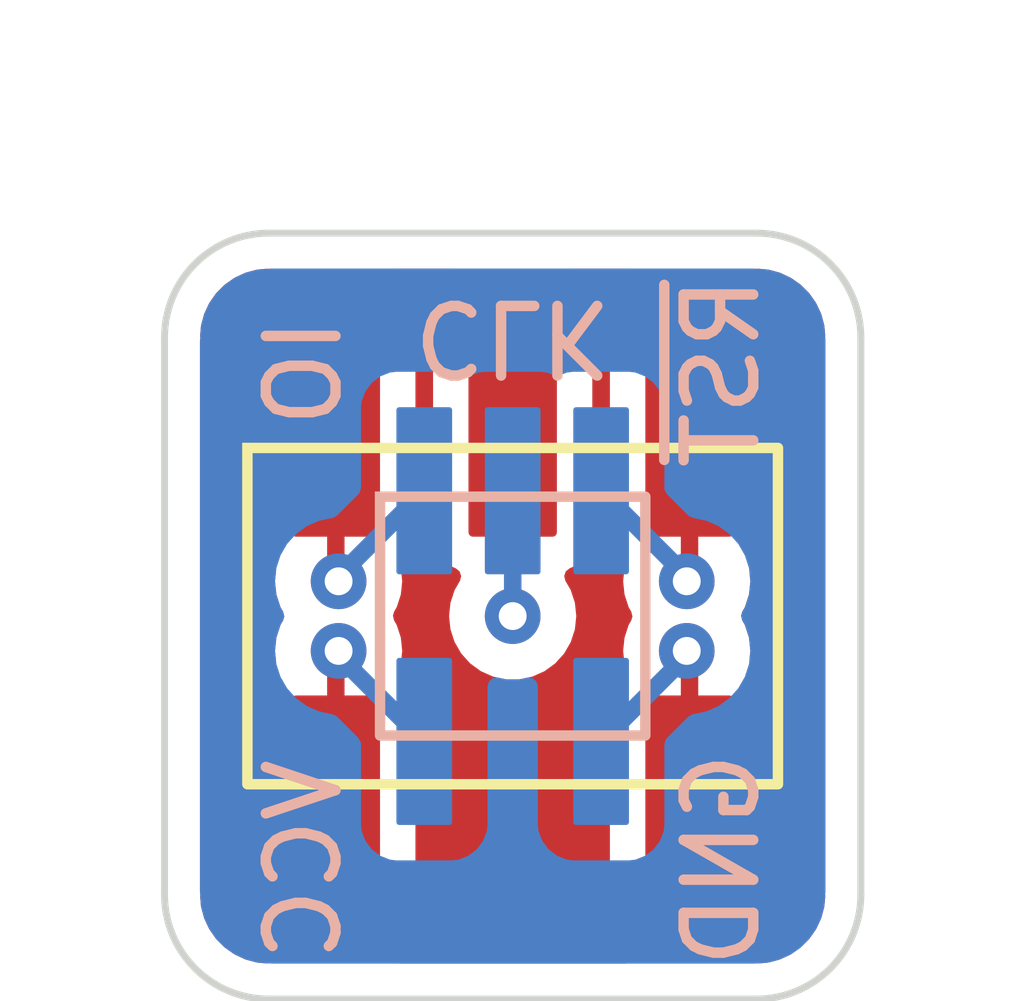
<source format=kicad_pcb>
(kicad_pcb (version 20211014) (generator pcbnew)
  (layers (0 "F.Cu" signal) (31 "B.Cu" signal) (34 "B.Paste" user) (35 "F.Paste" user) (36 "B.SilkS" user "B.Silkscreen") (37 "F.SilkS" user "F.Silkscreen") (38 "B.Mask" user) (39 "F.Mask" user) (44 "Edge.Cuts" user))
  (net 0 "")
  (net 1 "Net-(S1-Pad1)")
  (net 2 "Net-(S1-Pad2)")
  (net 3 "Net-(S1-Pad3)")
  (net 4 "Net-(S1-Pad4)")
  (net 5 "Net-(S1-Pad5)")
  (footprint "h0h4_Hochreiner:SWD_adapter_FTSH-103-05-F-DV" (layer "F.Cu") (at 150 100)
    (fp_text reference "S2" hide)
    (fp_text value "SWD_adapter_keyed")
    (fp_rect (start -1.905 -1.715) (end 1.905 1.715) (layer "B.SilkS") (width 0.15) (fill none))
    (pad "1" smd roundrect (at -1.27 1.8) (size 0.8 2.4) (layers "B.Cu" "B.Paste" "B.Mask") (roundrect_rratio 0.05) (net 1 "Net-(S1-Pad1)"))
    (pad "2" smd roundrect (at -1.27 -1.8) (size 0.8 2.4) (layers "B.Cu" "B.Paste" "B.Mask") (roundrect_rratio 0.05) (net 2 "Net-(S1-Pad2)"))
    (pad "3" smd roundrect (at 0 -1.8) (size 0.8 2.4) (layers "B.Cu" "B.Paste" "B.Mask") (roundrect_rratio 0.05) (net 3 "Net-(S1-Pad3)"))
    (pad "4" smd roundrect (at 1.27 -1.8) (size 0.8 2.4) (layers "B.Cu" "B.Paste" "B.Mask") (roundrect_rratio 0.05) (net 4 "Net-(S1-Pad4)"))
    (pad "5" smd roundrect (at 1.27 1.8) (size 0.8 2.4) (layers "B.Cu" "B.Paste" "B.Mask") (roundrect_rratio 0.05) (net 5 "Net-(S1-Pad5)"))
  )
  (footprint "h0h4_Hochreiner:SWD_adapter_10129383-906001ALF" (layer "F.Cu") (at 150 100)
    (fp_text reference "S1" hide)
    (fp_text value "SWD_adapter_keyed")
    (fp_rect (start -3.81 -2.415) (end 3.81 2.415) (layer "F.SilkS") (width 0.15) (fill none))
    (pad "1" smd roundrect (at -2.54 2.73) (size 1.27 3.18) (layers "F.Cu" "F.Paste" "F.Mask") (roundrect_rratio 0.05) (net 1 "Net-(S1-Pad1)"))
    (pad "2" smd roundrect (at -2.54 -2.73) (size 1.27 3.18) (layers "F.Cu" "F.Paste" "F.Mask") (roundrect_rratio 0.05) (net 2 "Net-(S1-Pad2)"))
    (pad "3" smd roundrect (at 0 -2.73) (size 1.27 3.18) (layers "F.Cu" "F.Paste" "F.Mask") (roundrect_rratio 0.05) (net 3 "Net-(S1-Pad3)"))
    (pad "4" smd roundrect (at 2.54 -2.73) (size 1.27 3.18) (layers "F.Cu" "F.Paste" "F.Mask") (roundrect_rratio 0.05) (net 4 "Net-(S1-Pad4)"))
    (pad "5" smd roundrect (at 2.54 2.73) (size 1.27 3.18) (layers "F.Cu" "F.Paste" "F.Mask") (roundrect_rratio 0.05) (net 5 "Net-(S1-Pad5)"))
  )
  (gr_line (start 155 96) (end 155 104) (layer "Edge.Cuts") (width 0.1))
  (gr_arc (start 153.5 94.5) (mid 154.56066 94.93934) (end 155 96) (layer "Edge.Cuts") (width 0.1))
  (gr_line (start 145 104) (end 145 96) (layer "Edge.Cuts") (width 0.1))
  (gr_arc (start 155 104) (mid 154.56066 105.06066) (end 153.5 105.5) (layer "Edge.Cuts") (width 0.1))
  (gr_line (start 153.5 105.5) (end 146.5 105.5) (layer "Edge.Cuts") (width 0.1))
  (gr_line (start 146.5 94.5) (end 153.5 94.5) (layer "Edge.Cuts") (width 0.1))
  (gr_arc (start 146.5 105.5) (mid 145.43934 105.06066) (end 145 104) (layer "Edge.Cuts") (width 0.1))
  (gr_arc (start 145 96) (mid 145.43934 94.93934) (end 146.5 94.5) (layer "Edge.Cuts") (width 0.1))
  (gr_text "CLK" (at 150 96 180) (layer "B.SilkS") (effects (font (size 1 1)) (justify mirror)))
  (gr_text "~{RST}" (at 153 96.5 90) (layer "B.SilkS") (effects (font (size 1 1)) (justify mirror)))
  (gr_text "IO" (at 147 96.5 90) (layer "B.SilkS") (effects (font (size 1 1)) (justify mirror)))
  (gr_text "GND" (at 153 103.5 90) (layer "B.SilkS") (effects (font (size 1 1)) (justify mirror)))
  (gr_text "VCC" (at 147 103.5 90) (layer "B.SilkS") (effects (font (size 1 1)) (justify mirror)))
  (segment (start 147.46 100.54) (end 147.5 100.5) (width 0.25) (layer "F.Cu") (net 1))
  (segment (start 147.46 102.73) (end 147.46 100.54) (width 0.25) (layer "F.Cu") (net 1))
  (via (at 147.5 100.5) (size 0.8) (drill 0.4) (layers "F.Cu" "B.Cu") (net 1))
  (segment (start 147.5 100.57) (end 148.73 101.8) (width 0.25) (layer "B.Cu") (net 1))
  (segment (start 147.5 100.5) (end 147.5 100.57) (width 0.25) (layer "B.Cu") (net 1))
  (segment (start 147.46 99.46) (end 147.5 99.5) (width 0.25) (layer "F.Cu") (net 2))
  (segment (start 147.46 97.27) (end 147.46 99.46) (width 0.25) (layer "F.Cu") (net 2))
  (via (at 147.5 99.5) (size 0.8) (drill 0.4) (layers "F.Cu" "B.Cu") (net 2))
  (segment (start 147.5 99.5) (end 147.5 99.43) (width 0.25) (layer "B.Cu") (net 2))
  (segment (start 147.5 99.43) (end 148.73 98.2) (width 0.25) (layer "B.Cu") (net 2))
  (segment (start 150 100) (end 150 97.27) (width 0.25) (layer "F.Cu") (net 3))
  (via (at 150 100) (size 0.8) (drill 0.4) (layers "F.Cu" "B.Cu") (net 3))
  (segment (start 150 98.2) (end 150 100) (width 0.25) (layer "B.Cu") (net 3))
  (segment (start 152.54 97.27) (end 152.54 99.46) (width 0.25) (layer "F.Cu") (net 4))
  (segment (start 152.54 99.46) (end 152.5 99.5) (width 0.25) (layer "F.Cu") (net 4))
  (via (at 152.5 99.5) (size 0.8) (drill 0.4) (layers "F.Cu" "B.Cu") (net 4))
  (segment (start 152.5 99.43) (end 151.27 98.2) (width 0.25) (layer "B.Cu") (net 4))
  (segment (start 152.5 99.5) (end 152.5 99.43) (width 0.25) (layer "B.Cu") (net 4))
  (segment (start 152.54 100.54) (end 152.5 100.5) (width 0.25) (layer "F.Cu") (net 5))
  (segment (start 152.54 102.73) (end 152.54 100.54) (width 0.25) (layer "F.Cu") (net 5))
  (via (at 152.5 100.5) (size 0.8) (drill 0.4) (layers "F.Cu" "B.Cu") (net 5))
  (segment (start 152.5 100.57) (end 151.27 101.8) (width 0.25) (layer "B.Cu") (net 5))
  (segment (start 152.5 100.5) (end 152.5 100.57) (width 0.25) (layer "B.Cu") (net 5))
  (zone (net 0) (net_name "") (layer "F.Cu") (connect_pads (clearance 0.508)) (min_thickness 0.254) (fill yes (thermal_gap 0.508) (thermal_bridge_width 0.508))
    (polygon (pts (xy 155 105.5) (xy 145 105.5) (xy 145 94.5) (xy 155 94.5)))
  )
  (zone (net 0) (net_name "") (layer "B.Cu") (connect_pads (clearance 0.508)) (min_thickness 0.254) (fill yes (thermal_gap 0.508) (thermal_bridge_width 0.508))
    (polygon (pts (xy 155 105.5) (xy 145 105.5) (xy 145 94.5) (xy 155 94.5)))
  )
)
</source>
